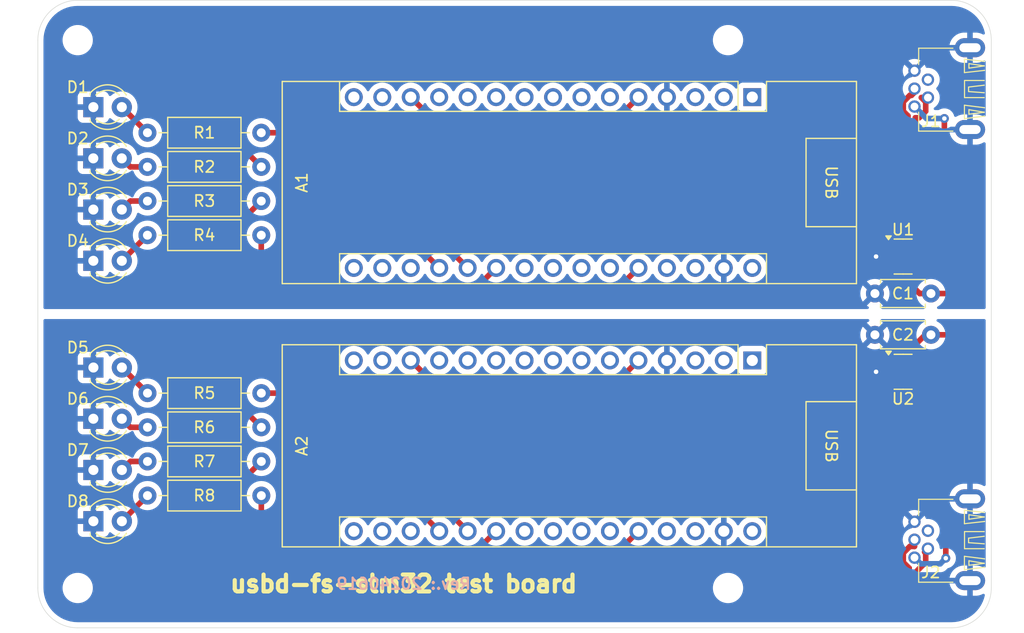
<source format=kicad_pcb>
(kicad_pcb (version 20240108) (generator "pcbnew") (generator_version "8.0")
  (title_block (title "usbd-fs-stm32 test board") (date "2024-06-19") (rev "20240619") (comment 3 "Released under CERN Open Hardware Licence Version 2 - Strongly Reciprocal") (comment 4 "Designed by: Rafael G. Martins"))
  (layers (0 "F.Cu" signal) (31 "B.Cu" signal) (34 "B.Paste" user) (35 "F.Paste" user) (36 "B.SilkS" user "B.Silkscreen") (37 "F.SilkS" user "F.Silkscreen") (38 "B.Mask" user) (39 "F.Mask" user) (44 "Edge.Cuts" user))
  (net 0 "")
  (net 4 "/USB1_D+")
  (net 5 "/USB1_D-")
  (net 13 "Net-(A1-A0)")
  (net 19 "Net-(A1-A1)")
  (net 20 "Net-(A1-A7)")
  (net 21 "Net-(A1-A2)")
  (net 26 "GND1")
  (net 30 "Net-(J1-VBUS)")
  (net 32 "GND2")
  (net 33 "Net-(D1-A)")
  (net 34 "Net-(D2-A)")
  (net 35 "Net-(D3-A)")
  (net 36 "Net-(D4-A)")
  (net 37 "/USB1_CONN_D+")
  (net 38 "/USB1_CONN_D-")
  (net 45 "Net-(A2-A7)")
  (net 48 "/USB2_D-")
  (net 57 "Net-(A2-A0)")
  (net 58 "Net-(A2-A2)")
  (net 60 "Net-(A2-A1)")
  (net 63 "/USB2_D+")
  (net 67 "Net-(J2-VBUS)")
  (net 68 "Net-(D5-A)")
  (net 69 "Net-(D6-A)")
  (net 70 "Net-(D7-A)")
  (net 71 "Net-(D8-A)")
  (net 72 "/USB2_CONN_D+")
  (net 74 "/USB2_CONN_D-")
  (footprint "custom:R_YAGEO_MFR-25FTE52_Horizontal" (layer "F.Cu") (at 109.474 120.015 180)
    (property "Reference" "R7" (at 5.08 0 180) (layer "F.SilkS"))
    (property "Value" "10k")
    (pad "1" thru_hole circle (at 0 0 180) (size 1.6 1.6) (drill 0.8) (layers "*.Cu" "*.Mask") (net 45 "Net-(A2-A7)"))
    (pad "2" thru_hole oval (at 10.16 0 180) (size 1.6 1.6) (drill 0.8) (layers "*.Cu" "*.Mask") (net 70 "Net-(D7-A)"))
  )
  (footprint "LED_THT:LED_D3.0mm" (layer "F.Cu") (at 94.483 88.392)
    (property "Reference" "D1" (at -1.397 -1.778 0) (layer "F.SilkS"))
    (property "Value" "LED")
    (pad "1" thru_hole rect (at 0 0) (size 1.8 1.8) (drill 0.9) (layers "*.Cu" "*.Mask") (net 26 "GND1"))
    (pad "2" thru_hole circle (at 2.54 0) (size 1.8 1.8) (drill 0.9) (layers "*.Cu" "*.Mask") (net 33 "Net-(D1-A)"))
  )
  (footprint "Package_TO_SOT_SMD:SOT-23-6" (layer "F.Cu") (at 166.751 112.014)
    (property "Reference" "U2" (at 0 2.413 0) (layer "F.SilkS"))
    (property "Value" "USBLC6-2SC6")
    (pad "1" smd roundrect (at -1.1375 -0.95) (size 1.325 0.6) (layers "F.Cu" "F.Paste" "F.Mask") (net 63 "/USB2_D+"))
    (pad "2" smd roundrect (at -1.1375 0) (size 1.325 0.6) (layers "F.Cu" "F.Paste" "F.Mask") (net 32 "GND2"))
    (pad "3" smd roundrect (at -1.1375 0.95) (size 1.325 0.6) (layers "F.Cu" "F.Paste" "F.Mask") (net 48 "/USB2_D-"))
    (pad "4" smd roundrect (at 1.1375 0.95) (size 1.325 0.6) (layers "F.Cu" "F.Paste" "F.Mask") (net 74 "/USB2_CONN_D-"))
    (pad "5" smd roundrect (at 1.1375 0) (size 1.325 0.6) (layers "F.Cu" "F.Paste" "F.Mask") (net 67 "Net-(J2-VBUS)"))
    (pad "6" smd roundrect (at 1.1375 -0.95) (size 1.325 0.6) (layers "F.Cu" "F.Paste" "F.Mask") (net 72 "/USB2_CONN_D+"))
  )
  (footprint "custom:R_YAGEO_MFR-25FTE52_Horizontal" (layer "F.Cu") (at 109.469 90.678 180)
    (property "Reference" "R1" (at 5.08 0 180) (layer "F.SilkS"))
    (property "Value" "10k")
    (pad "1" thru_hole circle (at 0 0 180) (size 1.6 1.6) (drill 0.8) (layers "*.Cu" "*.Mask") (net 13 "Net-(A1-A0)"))
    (pad "2" thru_hole oval (at 10.16 0 180) (size 1.6 1.6) (drill 0.8) (layers "*.Cu" "*.Mask") (net 33 "Net-(D1-A)"))
  )
  (footprint "LED_THT:LED_D3.0mm" (layer "F.Cu") (at 94.478 92.964)
    (property "Reference" "D2" (at -1.392 -1.778 0) (layer "F.SilkS"))
    (property "Value" "LED")
    (pad "1" thru_hole rect (at 0 0) (size 1.8 1.8) (drill 0.9) (layers "*.Cu" "*.Mask") (net 26 "GND1"))
    (pad "2" thru_hole circle (at 2.54 0) (size 1.8 1.8) (drill 0.9) (layers "*.Cu" "*.Mask") (net 34 "Net-(D2-A)"))
  )
  (footprint "custom:NUCLEO-32" (layer "F.Cu") (at 153.289 110.998 -90)
    (property "Reference" "A2" (at 7.62 40.2 90) (layer "F.SilkS"))
    (property "Value" "STM32 NUCLEO-32")
    (fp_text user "USB" (at 7.62 -7.05 -90) (layer "F.SilkS"))
    (pad "1" thru_hole rect (at 0 0 270) (size 1.6 1.6) (drill 1) (layers "*.Cu" "*.Mask"))
    (pad "2" thru_hole oval (at 0 2.54 270) (size 1.6 1.6) (drill 1) (layers "*.Cu" "*.Mask"))
    (pad "3" thru_hole oval (at 0 5.08 270) (size 1.6 1.6) (drill 1) (layers "*.Cu" "*.Mask"))
    (pad "4" thru_hole oval (at 0 7.62 270) (size 1.6 1.6) (drill 1) (layers "*.Cu" "*.Mask") (net 32 "GND2"))
    (pad "5" thru_hole oval (at 0 10.16 270) (size 1.6 1.6) (drill 1) (layers "*.Cu" "*.Mask") (net 63 "/USB2_D+"))
    (pad "6" thru_hole oval (at 0 12.7 270) (size 1.6 1.6) (drill 1) (layers "*.Cu" "*.Mask"))
    (pad "7" thru_hole oval (at 0 15.24 270) (size 1.6 1.6) (drill 1) (layers "*.Cu" "*.Mask"))
    (pad "8" thru_hole oval (at 0 17.78 270) (size 1.6 1.6) (drill 1) (layers "*.Cu" "*.Mask"))
    (pad "9" thru_hole oval (at 0 20.32 270) (size 1.6 1.6) (drill 1) (layers "*.Cu" "*.Mask"))
    (pad "10" thru_hole oval (at 0 22.86 270) (size 1.6 1.6) (drill 1) (layers "*.Cu" "*.Mask"))
    (pad "11" thru_hole oval (at 0 25.4 270) (size 1.6 1.6) (drill 1) (layers "*.Cu" "*.Mask"))
    (pad "12" thru_hole oval (at 0 27.94 270) (size 1.6 1.6) (drill 1) (layers "*.Cu" "*.Mask"))
    (pad "13" thru_hole oval (at 0 30.48 270) (size 1.6 1.6) (drill 1) (layers "*.Cu" "*.Mask") (net 48 "/USB2_D-"))
    (pad "14" thru_hole oval (at 0 33.02 270) (size 1.6 1.6) (drill 1) (layers "*.Cu" "*.Mask"))
    (pad "15" thru_hole oval (at 0 35.56 270) (size 1.6 1.6) (drill 1) (layers "*.Cu" "*.Mask"))
    (pad "16" thru_hole oval (at 15.24 35.56 270) (size 1.6 1.6) (drill 1) (layers "*.Cu" "*.Mask"))
    (pad "17" thru_hole oval (at 15.24 33.02 270) (size 1.6 1.6) (drill 1) (layers "*.Cu" "*.Mask"))
    (pad "18" thru_hole oval (at 15.24 30.48 270) (size 1.6 1.6) (drill 1) (layers "*.Cu" "*.Mask"))
    (pad "19" thru_hole oval (at 15.24 27.94 270) (size 1.6 1.6) (drill 1) (layers "*.Cu" "*.Mask") (net 57 "Net-(A2-A0)"))
    (pad "20" thru_hole oval (at 15.24 25.4 270) (size 1.6 1.6) (drill 1) (layers "*.Cu" "*.Mask") (net 60 "Net-(A2-A1)"))
    (pad "21" thru_hole oval (at 15.24 22.86 270) (size 1.6 1.6) (drill 1) (layers "*.Cu" "*.Mask") (net 58 "Net-(A2-A2)"))
    (pad "22" thru_hole oval (at 15.24 20.32 270) (size 1.6 1.6) (drill 1) (layers "*.Cu" "*.Mask"))
    (pad "23" thru_hole oval (at 15.24 17.78 270) (size 1.6 1.6) (drill 1) (layers "*.Cu" "*.Mask"))
    (pad "24" thru_hole oval (at 15.24 15.24 270) (size 1.6 1.6) (drill 1) (layers "*.Cu" "*.Mask"))
    (pad "25" thru_hole oval (at 15.24 12.7 270) (size 1.6 1.6) (drill 1) (layers "*.Cu" "*.Mask"))
    (pad "26" thru_hole oval (at 15.24 10.16 270) (size 1.6 1.6) (drill 1) (layers "*.Cu" "*.Mask") (net 45 "Net-(A2-A7)"))
    (pad "27" thru_hole oval (at 15.24 7.62 270) (size 1.6 1.6) (drill 1) (layers "*.Cu" "*.Mask"))
    (pad "28" thru_hole oval (at 15.24 5.08 270) (size 1.6 1.6) (drill 1) (layers "*.Cu" "*.Mask"))
    (pad "29" thru_hole oval (at 15.24 2.54 270) (size 1.6 1.6) (drill 1) (layers "*.Cu" "*.Mask") (net 32 "GND2"))
    (pad "30" thru_hole oval (at 15.24 0 270) (size 1.6 1.6) (drill 1) (layers "*.Cu" "*.Mask"))
  )
  (footprint "LED_THT:LED_D3.0mm" (layer "F.Cu") (at 94.488 120.777)
    (property "Reference" "D7" (at -1.397 -1.778 0) (layer "F.SilkS"))
    (property "Value" "LED")
    (pad "1" thru_hole rect (at 0 0) (size 1.8 1.8) (drill 0.9) (layers "*.Cu" "*.Mask") (net 32 "GND2"))
    (pad "2" thru_hole circle (at 2.54 0) (size 1.8 1.8) (drill 0.9) (layers "*.Cu" "*.Mask") (net 70 "Net-(D7-A)"))
  )
  (footprint "LED_THT:LED_D3.0mm" (layer "F.Cu") (at 94.483 97.536)
    (property "Reference" "D3" (at -1.397 -1.778 0) (layer "F.SilkS"))
    (property "Value" "LED")
    (pad "1" thru_hole rect (at 0 0) (size 1.8 1.8) (drill 0.9) (layers "*.Cu" "*.Mask") (net 26 "GND1"))
    (pad "2" thru_hole circle (at 2.54 0) (size 1.8 1.8) (drill 0.9) (layers "*.Cu" "*.Mask") (net 35 "Net-(D3-A)"))
  )
  (footprint "custom:USB_Mini-B_PTH" (layer "F.Cu") (at 167.767 128.6 90)
    (property "Reference" "J2" (at -1.321 2.413 180) (layer "F.SilkS") (effects (justify right)))
    (property "Value" "USB_B_Mini" (hide yes))
    (pad "1" thru_hole circle (at 0 0) (size 1.1 1.1) (drill 0.7) (layers "*.Cu" "*.Mask") (net 67 "Net-(J2-VBUS)"))
    (pad "2" thru_hole circle (at 0.8 1.2) (size 1.1 1.1) (drill 0.7) (layers "*.Cu" "*.Mask") (net 74 "/USB2_CONN_D-"))
    (pad "3" thru_hole circle (at 1.6 0) (size 1.1 1.1) (drill 0.7) (layers "*.Cu" "*.Mask") (net 72 "/USB2_CONN_D+"))
    (pad "4" thru_hole circle (at 2.4 1.2) (size 1.1 1.1) (drill 0.7) (layers "*.Cu" "*.Mask"))
    (pad "5" thru_hole circle (at 3.2 0) (size 1.1 1.1) (drill 0.7) (layers "*.Cu" "*.Mask") (net 32 "GND2"))
    (pad "6" thru_hole oval (at -2.05 4.953) (size 2.7 1.7) (drill oval 1.9 0.8) (layers "*.Cu" "*.Mask") (net 32 "GND2"))
    (pad "6" thru_hole oval (at 5.25 4.953) (size 2.7 1.7) (drill oval 1.9 0.8) (layers "*.Cu" "*.Mask") (net 32 "GND2"))
  )
  (footprint "MountingHole:MountingHole_2.2mm_M2" (layer "F.Cu") (at 93.086 82.413)
    (property "Reference" "H1" (hide yes))
    (property "Value" "MountingHole_Pad")
    (pad "" np_thru_hole circle (at 0 0) (size 2.2 2.2) (drill 2.2) (layers "*.Cu" "*.Mask"))
  )
  (footprint "custom:R_YAGEO_MFR-25FTE52_Horizontal" (layer "F.Cu") (at 109.469 96.774 180)
    (property "Reference" "R3" (at 5.08 0 180) (layer "F.SilkS"))
    (property "Value" "10k")
    (pad "1" thru_hole circle (at 0 0 180) (size 1.6 1.6) (drill 0.8) (layers "*.Cu" "*.Mask") (net 20 "Net-(A1-A7)"))
    (pad "2" thru_hole oval (at 10.16 0 180) (size 1.6 1.6) (drill 0.8) (layers "*.Cu" "*.Mask") (net 35 "Net-(D3-A)"))
  )
  (footprint "MountingHole:MountingHole_2.2mm_M2" (layer "F.Cu") (at 93.086 131.308)
    (property "Reference" "H2" (hide yes))
    (property "Value" "MountingHole_Pad")
    (pad "" np_thru_hole circle (at 0 0) (size 2.2 2.2) (drill 2.2) (layers "*.Cu" "*.Mask"))
  )
  (footprint "custom:C_TDK_FA28" (layer "F.Cu") (at 164.2364 108.712)
    (property "Reference" "C2" (at 2.5 0 0) (layer "F.SilkS"))
    (property "Value" "100n")
    (pad "1" thru_hole circle (at 0 0) (size 1.6 1.6) (drill 0.8) (layers "*.Cu" "*.Mask") (net 32 "GND2"))
    (pad "2" thru_hole circle (at 5 0) (size 1.6 1.6) (drill 0.8) (layers "*.Cu" "*.Mask") (net 67 "Net-(J2-VBUS)"))
  )
  (footprint "custom:R_YAGEO_MFR-25FTE52_Horizontal" (layer "F.Cu") (at 109.474 116.967 180)
    (property "Reference" "R6" (at 5.08 0 180) (layer "F.SilkS"))
    (property "Value" "10k")
    (pad "1" thru_hole circle (at 0 0 180) (size 1.6 1.6) (drill 0.8) (layers "*.Cu" "*.Mask") (net 60 "Net-(A2-A1)"))
    (pad "2" thru_hole oval (at 10.16 0 180) (size 1.6 1.6) (drill 0.8) (layers "*.Cu" "*.Mask") (net 69 "Net-(D6-A)"))
  )
  (footprint "LED_THT:LED_D3.0mm" (layer "F.Cu") (at 94.488 125.349)
    (property "Reference" "D8" (at -1.397 -1.778 0) (layer "F.SilkS"))
    (property "Value" "LED")
    (pad "1" thru_hole rect (at 0 0) (size 1.8 1.8) (drill 0.9) (layers "*.Cu" "*.Mask") (net 32 "GND2"))
    (pad "2" thru_hole circle (at 2.54 0) (size 1.8 1.8) (drill 0.9) (layers "*.Cu" "*.Mask") (net 71 "Net-(D8-A)"))
  )
  (footprint "custom:R_YAGEO_MFR-25FTE52_Horizontal" (layer "F.Cu") (at 109.474 113.919 180)
    (property "Reference" "R5" (at 5.08 0 180) (layer "F.SilkS"))
    (property "Value" "10k")
    (pad "1" thru_hole circle (at 0 0 180) (size 1.6 1.6) (drill 0.8) (layers "*.Cu" "*.Mask") (net 57 "Net-(A2-A0)"))
    (pad "2" thru_hole oval (at 10.16 0 180) (size 1.6 1.6) (drill 0.8) (layers "*.Cu" "*.Mask") (net 68 "Net-(D5-A)"))
  )
  (footprint "MountingHole:MountingHole_2.2mm_M2" (layer "F.Cu") (at 151.125 82.413)
    (property "Reference" "H3" (hide yes))
    (property "Value" "MountingHole_Pad")
    (pad "" np_thru_hole circle (at 0 0) (size 2.2 2.2) (drill 2.2) (layers "*.Cu" "*.Mask"))
  )
  (footprint "LED_THT:LED_D3.0mm" (layer "F.Cu") (at 94.483 102.108)
    (property "Reference" "D4" (at -1.397 -1.778 0) (layer "F.SilkS"))
    (property "Value" "LED")
    (pad "1" thru_hole rect (at 0 0) (size 1.8 1.8) (drill 0.9) (layers "*.Cu" "*.Mask") (net 26 "GND1"))
    (pad "2" thru_hole circle (at 2.54 0) (size 1.8 1.8) (drill 0.9) (layers "*.Cu" "*.Mask") (net 36 "Net-(D4-A)"))
  )
  (footprint "LED_THT:LED_D3.0mm" (layer "F.Cu") (at 94.483 116.205)
    (property "Reference" "D6" (at -1.392 -1.778 0) (layer "F.SilkS"))
    (property "Value" "LED")
    (pad "1" thru_hole rect (at 0 0) (size 1.8 1.8) (drill 0.9) (layers "*.Cu" "*.Mask") (net 32 "GND2"))
    (pad "2" thru_hole circle (at 2.54 0) (size 1.8 1.8) (drill 0.9) (layers "*.Cu" "*.Mask") (net 69 "Net-(D6-A)"))
  )
  (footprint "custom:R_YAGEO_MFR-25FTE52_Horizontal" (layer "F.Cu") (at 109.469 99.822 180)
    (property "Reference" "R4" (at 5.08 0 180) (layer "F.SilkS"))
    (property "Value" "10k")
    (pad "1" thru_hole circle (at 0 0 180) (size 1.6 1.6) (drill 0.8) (layers "*.Cu" "*.Mask") (net 21 "Net-(A1-A2)"))
    (pad "2" thru_hole oval (at 10.16 0 180) (size 1.6 1.6) (drill 0.8) (layers "*.Cu" "*.Mask") (net 36 "Net-(D4-A)"))
  )
  (footprint "custom:R_YAGEO_MFR-25FTE52_Horizontal" (layer "F.Cu") (at 109.474 123.063 180)
    (property "Reference" "R8" (at 5.08 0 180) (layer "F.SilkS"))
    (property "Value" "10k")
    (pad "1" thru_hole circle (at 0 0 180) (size 1.6 1.6) (drill 0.8) (layers "*.Cu" "*.Mask") (net 58 "Net-(A2-A2)"))
    (pad "2" thru_hole oval (at 10.16 0 180) (size 1.6 1.6) (drill 0.8) (layers "*.Cu" "*.Mask") (net 71 "Net-(D8-A)"))
  )
  (footprint "custom:NUCLEO-32" (layer "F.Cu") (at 153.289 87.503 -90)
    (property "Reference" "A1" (at 7.62 40.2 90) (layer "F.SilkS"))
    (property "Value" "STM32 NUCLEO-32")
    (fp_text user "USB" (at 7.62 -7.05 -90) (layer "F.SilkS"))
    (pad "1" thru_hole rect (at 0 0 270) (size 1.6 1.6) (drill 1) (layers "*.Cu" "*.Mask"))
    (pad "2" thru_hole oval (at 0 2.54 270) (size 1.6 1.6) (drill 1) (layers "*.Cu" "*.Mask"))
    (pad "3" thru_hole oval (at 0 5.08 270) (size 1.6 1.6) (drill 1) (layers "*.Cu" "*.Mask"))
    (pad "4" thru_hole oval (at 0 7.62 270) (size 1.6 1.6) (drill 1) (layers "*.Cu" "*.Mask") (net 26 "GND1"))
    (pad "5" thru_hole oval (at 0 10.16 270) (size 1.6 1.6) (drill 1) (layers "*.Cu" "*.Mask") (net 4 "/USB1_D+"))
    (pad "6" thru_hole oval (at 0 12.7 270) (size 1.6 1.6) (drill 1) (layers "*.Cu" "*.Mask"))
    (pad "7" thru_hole oval (at 0 15.24 270) (size 1.6 1.6) (drill 1) (layers "*.Cu" "*.Mask"))
    (pad "8" thru_hole oval (at 0 17.78 270) (size 1.6 1.6) (drill 1) (layers "*.Cu" "*.Mask"))
    (pad "9" thru_hole oval (at 0 20.32 270) (size 1.6 1.6) (drill 1) (layers "*.Cu" "*.Mask"))
    (pad "10" thru_hole oval (at 0 22.86 270) (size 1.6 1.6) (drill 1) (layers "*.Cu" "*.Mask"))
    (pad "11" thru_hole oval (at 0 25.4 270) (size 1.6 1.6) (drill 1) (layers "*.Cu" "*.Mask"))
    (pad "12" thru_hole oval (at 0 27.94 270) (size 1.6 1.6) (drill 1) (layers "*.Cu" "*.Mask"))
    (pad "13" thru_hole oval (at 0 30.48 270) (size 1.6 1.6) (drill 1) (layers "*.Cu" "*.Mask") (net 5 "/USB1_D-"))
    (pad "14" thru_hole oval (at 0 33.02 270) (size 1.6 1.6) (drill 1) (layers "*.Cu" "*.Mask"))
    (pad "15" thru_hole oval (at 0 35.56 270) (size 1.6 1.6) (drill 1) (layers "*.Cu" "*.Mask"))
    (pad "16" thru_hole oval (at 15.24 35.56 270) (size 1.6 1.6) (drill 1) (layers "*.Cu" "*.Mask"))
    (pad "17" thru_hole oval (at 15.24 33.02 270) (size 1.6 1.6) (drill 1) (layers "*.Cu" "*.Mask"))
    (pad "18" thru_hole oval (at 15.24 30.48 270) (size 1.6 1.6) (drill 1) (layers "*.Cu" "*.Mask"))
    (pad "19" thru_hole oval (at 15.24 27.94 270) (size 1.6 1.6) (drill 1) (layers "*.Cu" "*.Mask") (net 13 "Net-(A1-A0)"))
    (pad "20" thru_hole oval (at 15.24 25.4 270) (size 1.6 1.6) (drill 1) (layers "*.Cu" "*.Mask") (net 19 "Net-(A1-A1)"))
    (pad "21" thru_hole oval (at 15.24 22.86 270) (size 1.6 1.6) (drill 1) (layers "*.Cu" "*.Mask") (net 21 "Net-(A1-A2)"))
    (pad "22" thru_hole oval (at 15.24 20.32 270) (size 1.6 1.6) (drill 1) (layers "*.Cu" "*.Mask"))
    (pad "23" thru_hole oval (at 15.24 17.78 270) (size 1.6 1.6) (drill 1) (layers "*.Cu" "*.Mask"))
    (pad "24" thru_hole oval (at 15.24 15.24 270) (size 1.6 1.6) (drill 1) (layers "*.Cu" "*.Mask"))
    (pad "25" thru_hole oval (at 15.24 12.7 270) (size 1.6 1.6) (drill 1) (layers "*.Cu" "*.Mask"))
    (pad "26" thru_hole oval (at 15.24 10.16 270) (size 1.6 1.6) (drill 1) (layers "*.Cu" "*.Mask") (net 20 "Net-(A1-A7)"))
    (pad "27" thru_hole oval (at 15.24 7.62 270) (size 1.6 1.6) (drill 1) (layers "*.Cu" "*.Mask"))
    (pad "28" thru_hole oval (at 15.24 5.08 270) (size 1.6 1.6) (drill 1) (layers "*.Cu" "*.Mask"))
    (pad "29" thru_hole oval (at 15.24 2.54 270) (size 1.6 1.6) (drill 1) (layers "*.Cu" "*.Mask") (net 26 "GND1"))
    (pad "30" thru_hole oval (at 15.24 0 270) (size 1.6 1.6) (drill 1) (layers "*.Cu" "*.Mask"))
  )
  (footprint "LED_THT:LED_D3.0mm" (layer "F.Cu") (at 94.488 111.633)
    (property "Reference" "D5" (at -1.397 -1.778 0) (layer "F.SilkS"))
    (property "Value" "LED")
    (pad "1" thru_hole rect (at 0 0) (size 1.8 1.8) (drill 0.9) (layers "*.Cu" "*.Mask") (net 32 "GND2"))
    (pad "2" thru_hole circle (at 2.54 0) (size 1.8 1.8) (drill 0.9) (layers "*.Cu" "*.Mask") (net 68 "Net-(D5-A)"))
  )
  (footprint "custom:R_YAGEO_MFR-25FTE52_Horizontal" (layer "F.Cu") (at 109.469 93.726 180)
    (property "Reference" "R2" (at 5.08 0 180) (layer "F.SilkS"))
    (property "Value" "10k")
    (pad "1" thru_hole circle (at 0 0 180) (size 1.6 1.6) (drill 0.8) (layers "*.Cu" "*.Mask") (net 19 "Net-(A1-A1)"))
    (pad "2" thru_hole oval (at 10.16 0 180) (size 1.6 1.6) (drill 0.8) (layers "*.Cu" "*.Mask") (net 34 "Net-(D2-A)"))
  )
  (footprint "Package_TO_SOT_SMD:SOT-23-6" (layer "F.Cu") (at 166.751 101.727)
    (property "Reference" "U1" (at 0 -2.4 0) (layer "F.SilkS"))
    (property "Value" "USBLC6-2SC6")
    (pad "1" smd roundrect (at -1.1375 -0.95) (size 1.325 0.6) (layers "F.Cu" "F.Paste" "F.Mask") (net 4 "/USB1_D+"))
    (pad "2" smd roundrect (at -1.1375 0) (size 1.325 0.6) (layers "F.Cu" "F.Paste" "F.Mask") (net 26 "GND1"))
    (pad "3" smd roundrect (at -1.1375 0.95) (size 1.325 0.6) (layers "F.Cu" "F.Paste" "F.Mask") (net 5 "/USB1_D-"))
    (pad "4" smd roundrect (at 1.1375 0.95) (size 1.325 0.6) (layers "F.Cu" "F.Paste" "F.Mask") (net 38 "/USB1_CONN_D-"))
    (pad "5" smd roundrect (at 1.1375 0) (size 1.325 0.6) (layers "F.Cu" "F.Paste" "F.Mask") (net 30 "Net-(J1-VBUS)"))
    (pad "6" smd roundrect (at 1.1375 -0.95) (size 1.325 0.6) (layers "F.Cu" "F.Paste" "F.Mask") (net 37 "/USB1_CONN_D+"))
  )
  (footprint "MountingHole:MountingHole_2.2mm_M2" (layer "F.Cu") (at 151.125 131.308)
    (property "Reference" "H4" (hide yes))
    (property "Value" "MountingHole_Pad")
    (pad "" np_thru_hole circle (at 0 0) (size 2.2 2.2) (drill 2.2) (layers "*.Cu" "*.Mask"))
  )
  (footprint "custom:C_TDK_FA28" (layer "F.Cu") (at 164.2364 105.029)
    (property "Reference" "C1" (at 2.5 0 0) (layer "F.SilkS"))
    (property "Value" "100n")
    (pad "1" thru_hole circle (at 0 0) (size 1.6 1.6) (drill 0.8) (layers "*.Cu" "*.Mask") (net 26 "GND1"))
    (pad "2" thru_hole circle (at 5 0) (size 1.6 1.6) (drill 0.8) (layers "*.Cu" "*.Mask") (net 30 "Net-(J1-VBUS)"))
  )
  (footprint "custom:USB_Mini-B_PTH" (layer "F.Cu") (at 167.767 88.341 90)
    (property "Reference" "J1" (at -1.321 0.508 0) (layer "F.SilkS") (effects (justify left)))
    (property "Value" "USB_B_Mini" (hide yes))
    (pad "1" thru_hole circle (at 0 0) (size 1.1 1.1) (drill 0.7) (layers "*.Cu" "*.Mask") (net 30 "Net-(J1-VBUS)"))
    (pad "2" thru_hole circle (at 0.8 1.2) (size 1.1 1.1) (drill 0.7) (layers "*.Cu" "*.Mask") (net 38 "/USB1_CONN_D-"))
    (pad "3" thru_hole circle (at 1.6 0) (size 1.1 1.1) (drill 0.7) (layers "*.Cu" "*.Mask") (net 37 "/USB1_CONN_D+"))
    (pad "4" thru_hole circle (at 2.4 1.2) (size 1.1 1.1) (drill 0.7) (layers "*.Cu" "*.Mask"))
    (pad "5" thru_hole circle (at 3.2 0) (size 1.1 1.1) (drill 0.7) (layers "*.Cu" "*.Mask") (net 26 "GND1"))
    (pad "6" thru_hole oval (at -2.05 4.953) (size 2.7 1.7) (drill oval 1.9 0.8) (layers "*.Cu" "*.Mask") (net 26 "GND1"))
    (pad "6" thru_hole oval (at 5.25 4.953) (size 2.7 1.7) (drill oval 1.9 0.8) (layers "*.Cu" "*.Mask") (net 26 "GND1"))
  )
  (gr_line (start 93.086 78.857) (end 171.064 78.857) (stroke (width 0.05)) (layer "Edge.Cuts"))
  (gr_arc (start 93.086 134.864) (mid 90.571528 133.822472) (end 89.53 131.308) (stroke (width 0.05)) (layer "Edge.Cuts"))
  (gr_line (start 89.53 82.413) (end 89.53 131.308) (stroke (width 0.05)) (layer "Edge.Cuts"))
  (gr_line (start 174.62 131.308) (end 174.62 82.413) (stroke (width 0.05)) (layer "Edge.Cuts"))
  (gr_arc (start 171.064 78.857) (mid 173.578472 79.898528) (end 174.62 82.413) (stroke (width 0.05)) (layer "Edge.Cuts"))
  (gr_line (start 93.086 134.864) (end 171.064 134.864) (stroke (width 0.05)) (layer "Edge.Cuts"))
  (gr_arc (start 89.53 82.413) (mid 90.571528 79.898528) (end 93.086 78.857) (stroke (width 0.05)) (layer "Edge.Cuts"))
  (gr_arc (start 174.62 131.308) (mid 173.578472 133.822472) (end 171.064 134.864) (stroke (width 0.05)) (layer "Edge.Cuts"))
  (gr_text "Rev.: ${REVISION}" (at 122.174 130.937 -0) (layer "B.SilkS") (effects (font (size 1 1) (thickness 0.2) (bold yes)) (justify mirror)))
  (gr_text "usbd-fs-stm32 test board" (at 122.174 130.937 0) (layer "F.SilkS") (effects (font (size 1.5 1.5) (thickness 0.375) (bold yes))))
  (segment (start 161.045692 101.397) (end 156.346692 96.698) (width 0.5) (layer "F.Cu") (net 4))
  (segment (start 141.224 89.408) (end 143.129 87.503) (width 0.5) (layer "F.Cu") (net 4))
  (segment (start 164.619749 100.777) (end 164.519749 100.877) (width 0.5) (layer "F.Cu") (net 4))
  (segment (start 163.465918 101.397) (end 161.045692 101.397) (width 0.5) (layer "F.Cu") (net 4))
  (segment (start 165.6135 100.777) (end 164.619749 100.777) (width 0.5) (layer "F.Cu") (net 4))
  (segment (start 137.169692 96.698) (end 133.186991 92.715299) (width 0.5) (layer "F.Cu") (net 4))
  (segment (start 133.186991 92.715299) (end 133.186991 90.587009) (width 0.5) (layer "F.Cu") (net 4))
  (segment (start 134.366 89.408) (end 141.224 89.408) (width 0.5) (layer "F.Cu") (net 4))
  (segment (start 156.346692 96.698) (end 137.169692 96.698) (width 0.5) (layer "F.Cu") (net 4))
  (segment (start 133.186991 90.587009) (end 134.366 89.408) (width 0.5) (layer "F.Cu") (net 4))
  (segment (start 163.985918 100.877) (end 163.465918 101.397) (width 0.5) (layer "F.Cu") (net 4))
  (segment (start 164.519749 100.877) (end 163.985918 100.877) (width 0.5) (layer "F.Cu") (net 4))
  (segment (start 124.714 89.408) (end 122.809 87.503) (width 0.5) (layer "F.Cu") (net 5))
  (segment (start 156.073308 97.358) (end 136.896308 97.358) (width 0.5) (layer "F.Cu") (net 5))
  (segment (start 131.318 89.408) (end 124.714 89.408) (width 0.5) (layer "F.Cu") (net 5))
  (segment (start 136.896308 97.358) (end 132.526991 92.988683) (width 0.5) (layer "F.Cu") (net 5))
  (segment (start 164.519749 102.577) (end 163.985918 102.577) (width 0.5) (layer "F.Cu") (net 5))
  (segment (start 163.985918 102.577) (end 163.465918 102.057) (width 0.5) (layer "F.Cu") (net 5))
  (segment (start 160.772308 102.057) (end 156.073308 97.358) (width 0.5) (layer "F.Cu") (net 5))
  (segment (start 164.619749 102.677) (end 164.519749 102.577) (width 0.5) (layer "F.Cu") (net 5))
  (segment (start 132.526991 90.616991) (end 131.318 89.408) (width 0.5) (layer "F.Cu") (net 5))
  (segment (start 132.526991 92.988683) (end 132.526991 90.616991) (width 0.5) (layer "F.Cu") (net 5))
  (segment (start 163.465918 102.057) (end 160.772308 102.057) (width 0.5) (layer "F.Cu") (net 5))
  (segment (start 165.6135 102.677) (end 164.619749 102.677) (width 0.5) (layer "F.Cu") (net 5))
  (segment (start 125.349 102.743) (end 113.284 90.678) (width 0.5) (layer "F.Cu") (net 13))
  (segment (start 113.284 90.678) (end 109.469 90.678) (width 0.5) (layer "F.Cu") (net 13))
  (segment (start 107.696 91.953) (end 109.469 93.726) (width 0.5) (layer "F.Cu") (net 19))
  (segment (start 108.712 88.773) (end 107.696 89.789) (width 0.5) (layer "F.Cu") (net 19))
  (segment (start 107.696 89.789) (end 107.696 91.953) (width 0.5) (layer "F.Cu") (net 19))
  (segment (start 127.889 102.743) (end 125.997025 100.851025) (width 0.5) (layer "F.Cu") (net 19))
  (segment (start 125.997025 100.851025) (end 124.446975 100.851025) (width 0.5) (layer "F.Cu") (net 19))
  (segment (start 124.446975 100.851025) (end 112.36895 88.773) (width 0.5) (layer "F.Cu") (net 19))
  (segment (start 112.36895 88.773) (end 108.712 88.773) (width 0.5) (layer "F.Cu") (net 19))
  (segment (start 140.524 105.348) (end 112.23205 105.348) (width 0.5) (layer "F.Cu") (net 20))
  (segment (start 107.696 98.547) (end 109.469 96.774) (width 0.5) (layer "F.Cu") (net 20))
  (segment (start 143.129 102.743) (end 140.524 105.348) (width 0.5) (layer "F.Cu") (net 20))
  (segment (start 107.696 100.81195) (end 107.696 98.547) (width 0.5) (layer "F.Cu") (net 20))
  (segment (start 112.23205 105.348) (end 107.696 100.81195) (width 0.5) (layer "F.Cu") (net 20))
  (segment (start 109.469 101.595) (end 109.469 99.822) (width 0.5) (layer "F.Cu") (net 21))
  (segment (start 112.522 104.648) (end 109.469 101.595) (width 0.5) (layer "F.Cu") (net 21))
  (segment (start 128.524 104.648) (end 112.522 104.648) (width 0.5) (layer "F.Cu") (net 21))
  (segment (start 130.429 102.743) (end 128.524 104.648) (width 0.5) (layer "F.Cu") (net 21))
  (segment (start 164.338 101.727) (end 165.6135 101.727) (width 0.5) (layer "F.Cu") (net 26))
  (via (at 164.338 101.727) (size 0.8) (drill 0.4) (layers "F.Cu" "B.Cu") (net 26))
  (segment (start 173.609 95.25) (end 170.434 92.075) (width 0.5) (layer "F.Cu") (net 30))
  (segment (start 170.434 92.075) (end 170.434 89.408) (width 0.5) (layer "F.Cu") (net 30))
  (segment (start 168.23203 105.029) (end 166.751 103.54797) (width 0.5) (layer "F.Cu") (net 30))
  (segment (start 166.751 102.202001) (end 166.751 103.54797) (width 0.5) (layer "F.Cu") (net 30))
  (segment (start 167.226001 101.727) (end 166.751 102.202001) (width 0.5) (layer "F.Cu") (net 30))
  (segment (start 169.2364 105.029) (end 170.942 105.029) (width 0.5) (layer "F.Cu") (net 30))
  (segment (start 173.609 102.362) (end 173.609 95.25) (width 0.5) (layer "F.Cu") (net 30))
  (segment (start 170.942 105.029) (end 173.609 102.362) (width 0.5) (layer "F.Cu") (net 30))
  (segment (start 169.2364 105.029) (end 168.23203 105.029) (width 0.5) (layer "F.Cu") (net 30))
  (segment (start 167.8885 101.727) (end 167.226001 101.727) (width 0.5) (layer "F.Cu") (net 30))
  (via (at 170.434 89.408) (size 0.8) (drill 0.4) (layers "F.Cu" "B.Cu") (net 30))
  (segment (start 170.434 89.408) (end 168.834 89.408) (width 0.5) (layer "B.Cu") (net 30))
  (segment (start 168.834 89.408) (end 167.767 88.341) (width 0.5) (layer "B.Cu") (net 30))
  (segment (start 164.338 112.014) (end 165.6135 112.014) (width 0.5) (layer "F.Cu") (net 32))
  (via (at 164.338 112.014) (size 0.8) (drill 0.4) (layers "F.Cu" "B.Cu") (net 32))
  (segment (start 99.309 90.678) (end 97.023 88.392) (width 0.5) (layer "F.Cu") (net 33))
  (segment (start 97.78 93.726) (end 97.018 92.964) (width 0.5) (layer "F.Cu") (net 34))
  (segment (start 99.309 93.726) (end 97.78 93.726) (width 0.5) (layer "F.Cu") (net 34))
  (segment (start 97.785 96.774) (end 97.023 97.536) (width 0.5) (layer "F.Cu") (net 35))
  (segment (start 99.309 96.774) (end 97.785 96.774) (width 0.5) (layer "F.Cu") (net 35))
  (segment (start 99.309 99.822) (end 97.023 102.108) (width 0.5) (layer "F.Cu") (net 36))
  (segment (start 168.882251 100.777) (end 169.502251 101.397) (width 0.5) (layer "F.Cu") (net 37))
  (segment (start 171.628 100.828308) (end 171.628 96.148692) (width 0.5) (layer "F.Cu") (net 37))
  (segment (start 171.628 96.148692) (end 167.183 91.703692) (width 0.5) (layer "F.Cu") (net 37))
  (segment (start 166.767 88.755214) (end 166.767 87.926786) (width 0.5) (layer "F.Cu") (net 37))
  (segment (start 166.767 87.926786) (end 167.352786 87.341) (width 0.5) (layer "F.Cu") (net 37))
  (segment (start 167.8885 100.777) (end 168.882251 100.777) (width 0.5) (layer "F.Cu") (net 37))
  (segment (start 167.500309 87.341) (end 167.767 87.074309) (width 0.5) (layer "F.Cu") (net 37))
  (segment (start 167.767 87.074309) (end 167.767 86.741) (width 0.5) (layer "F.Cu") (net 37))
  (segment (start 171.059308 101.397) (end 171.628 100.828308) (width 0.5) (layer "F.Cu") (net 37))
  (segment (start 167.183 89.171214) (end 166.767 88.755214) (width 0.5) (layer "F.Cu") (net 37))
  (segment (start 167.352786 87.341) (end 167.500309 87.341) (width 0.5) (layer "F.Cu") (net 37))
  (segment (start 169.502251 101.397) (end 171.059308 101.397) (width 0.5) (layer "F.Cu") (net 37))
  (segment (start 167.183 91.703692) (end 167.183 89.171214) (width 0.5) (layer "F.Cu") (net 37))
  (segment (start 169.502251 102.057) (end 171.332692 102.057) (width 0.5) (layer "F.Cu") (net 38))
  (segment (start 168.882251 102.677) (end 169.502251 102.057) (width 0.5) (layer "F.Cu") (net 38))
  (segment (start 168.767 88.755214) (end 168.767 87.926786) (width 0.5) (layer "F.Cu") (net 38))
  (segment (start 167.843 89.341) (end 168.181214 89.341) (width 0.5) (layer "F.Cu") (net 38))
  (segment (start 172.288 95.875308) (end 167.843 91.430308) (width 0.5) (layer "F.Cu") (net 38))
  (segment (start 167.843 91.430308) (end 167.843 89.341) (width 0.5) (layer "F.Cu") (net 38))
  (segment (start 168.381214 87.541) (end 168.967 87.541) (width 0.5) (layer "F.Cu") (net 38))
  (segment (start 168.181214 89.341) (end 168.767 88.755214) (width 0.5) (layer "F.Cu") (net 38))
  (segment (start 171.332692 102.057) (end 172.288 101.101692) (width 0.5) (layer "F.Cu") (net 38))
  (segment (start 172.288 101.101692) (end 172.288 95.875308) (width 0.5) (layer "F.Cu") (net 38))
  (segment (start 168.767 87.926786) (end 168.381214 87.541) (width 0.5) (layer "F.Cu") (net 38))
  (segment (start 167.8885 102.677) (end 168.882251 102.677) (width 0.5) (layer "F.Cu") (net 38))
  (segment (start 143.129 126.238) (end 140.397 128.97) (width 0.5) (layer "F.Cu") (net 45))
  (segment (start 112.48605 128.97) (end 107.696 124.17995) (width 0.5) (layer "F.Cu") (net 45))
  (segment (start 107.696 124.17995) (end 107.696 121.793) (width 0.5) (layer "F.Cu") (net 45))
  (segment (start 107.696 121.793) (end 109.474 120.015) (width 0.5) (layer "F.Cu") (net 45))
  (segment (start 140.397 128.97) (end 112.48605 128.97) (width 0.5) (layer "F.Cu") (net 45))
  (segment (start 163.488 112.366082) (end 163.985918 112.864) (width 0.5) (layer "F.Cu") (net 48))
  (segment (start 122.809 110.998) (end 124.587 112.776) (width 0.5) (layer "F.Cu") (net 48))
  (segment (start 124.587 112.776) (end 131.572 112.776) (width 0.5) (layer "F.Cu") (net 48))
  (segment (start 163.985918 112.864) (end 164.519749 112.864) (width 0.5) (layer "F.Cu") (net 48))
  (segment (start 163.488 112.344) (end 163.488 112.366082) (width 0.5) (layer "F.Cu") (net 48))
  (segment (start 132.796346 114.000346) (end 132.796346 115.864038) (width 0.5) (layer "F.Cu") (net 48))
  (segment (start 131.572 112.776) (end 132.796346 114.000346) (width 0.5) (layer "F.Cu") (net 48))
  (segment (start 160.283692 112.344) (end 163.488 112.344) (width 0.5) (layer "F.Cu") (net 48))
  (segment (start 164.619749 112.964) (end 165.6135 112.964) (width 0.5) (layer "F.Cu") (net 48))
  (segment (start 155.584692 117.043) (end 160.283692 112.344) (width 0.5) (layer "F.Cu") (net 48))
  (segment (start 132.796346 115.864038) (end 133.975308 117.043) (width 0.5) (layer "F.Cu") (net 48))
  (segment (start 133.975308 117.043) (end 155.584692 117.043) (width 0.5) (layer "F.Cu") (net 48))
  (segment (start 164.519749 112.864) (end 164.619749 112.964) (width 0.5) (layer "F.Cu") (net 48))
  (segment (start 113.03 113.919) (end 109.474 113.919) (width 0.5) (layer "F.Cu") (net 57))
  (segment (start 125.349 126.238) (end 113.03 113.919) (width 0.5) (layer "F.Cu") (net 57))
  (segment (start 109.474 124.968) (end 109.474 123.063) (width 0.5) (layer "F.Cu") (net 58))
  (segment (start 130.429 126.238) (end 128.397 128.27) (width 0.5) (layer "F.Cu") (net 58))
  (segment (start 112.776 128.27) (end 109.474 124.968) (width 0.5) (layer "F.Cu") (net 58))
  (segment (start 128.397 128.27) (end 112.776 128.27) (width 0.5) (layer "F.Cu") (net 58))
  (segment (start 107.696 113.157) (end 107.696 115.189) (width 0.5) (layer "F.Cu") (net 60))
  (segment (start 127.889 126.238) (end 125.984 124.333) (width 0.5) (layer "F.Cu") (net 60))
  (segment (start 107.696 115.189) (end 109.474 116.967) (width 0.5) (layer "F.Cu") (net 60))
  (segment (start 108.839 112.014) (end 107.696 113.157) (width 0.5) (layer "F.Cu") (net 60))
  (segment (start 112.11495 112.014) (end 108.839 112.014) (width 0.5) (layer "F.Cu") (net 60))
  (segment (start 124.43395 124.333) (end 112.11495 112.014) (width 0.5) (layer "F.Cu") (net 60))
  (segment (start 125.984 124.333) (end 124.43395 124.333) (width 0.5) (layer "F.Cu") (net 60))
  (segment (start 163.985918 111.164) (end 163.488 111.661918) (width 0.5) (layer "F.Cu") (net 63))
  (segment (start 164.519749 111.164) (end 163.985918 111.164) (width 0.5) (layer "F.Cu") (net 63))
  (segment (start 134.248692 116.383) (end 133.456346 115.590654) (width 0.5) (layer "F.Cu") (net 63))
  (segment (start 163.488 111.661918) (end 163.488 111.684) (width 0.5) (layer "F.Cu") (net 63))
  (segment (start 133.456346 115.590654) (end 133.456346 113.939654) (width 0.5) (layer "F.Cu") (net 63))
  (segment (start 133.456346 113.939654) (end 134.62 112.776) (width 0.5) (layer "F.Cu") (net 63))
  (segment (start 160.010308 111.684) (end 155.311308 116.383) (width 0.5) (layer "F.Cu") (net 63))
  (segment (start 163.488 111.684) (end 160.010308 111.684) (width 0.5) (layer "F.Cu") (net 63))
  (segment (start 141.351 112.776) (end 143.129 110.998) (width 0.5) (layer "F.Cu") (net 63))
  (segment (start 155.311308 116.383) (end 134.248692 116.383) (width 0.5) (layer "F.Cu") (net 63))
  (segment (start 134.62 112.776) (end 141.351 112.776) (width 0.5) (layer "F.Cu") (net 63))
  (segment (start 165.6135 111.064) (end 164.619749 111.064) (width 0.5) (layer "F.Cu") (net 63))
  (segment (start 164.619749 111.064) (end 164.519749 111.164) (width 0.5) (layer "F.Cu") (net 63))
  (segment (start 169.2364 108.712) (end 168.725316 108.712) (width 0.5) (layer "F.Cu") (net 67))
  (segment (start 167.8885 112.014) (end 167.226001 112.014) (width 0.5) (layer "F.Cu") (net 67))
  (segment (start 169.2364 108.712) (end 170.815 108.712) (width 0.5) (layer "F.Cu") (net 67))
  (segment (start 170.561 121.92) (end 170.561 128.651) (width 0.5) (layer "F.Cu") (net 67))
  (segment (start 173.609 111.506) (end 173.609 118.872) (width 0.5) (layer "F.Cu") (net 67))
  (segment (start 167.226001 112.014) (end 166.751 111.538999) (width 0.5) (layer "F.Cu") (net 67))
  (segment (start 166.751 111.538999) (end 166.751 110.686316) (width 0.5) (layer "F.Cu") (net 67))
  (segment (start 173.609 118.872) (end 170.561 121.92) (width 0.5) (layer "F.Cu") (net 67))
  (segment (start 170.815 108.712) (end 173.609 111.506) (width 0.5) (layer "F.Cu") (net 67))
  (segment (start 168.725316 108.712) (end 166.751 110.686316) (width 0.5) (layer "F.Cu") (net 67))
  (via (at 170.561 128.651) (size 0.8) (drill 0.4) (layers "F.Cu" "B.Cu") (net 67))
  (segment (start 167.767 128.6) (end 168.317 129.15) (width 0.5) (layer "B.Cu") (net 67))
  (segment (start 170.062 129.15) (end 170.561 128.651) (width 0.5) (layer "B.Cu") (net 67))
  (segment (start 168.317 129.15) (end 170.062 129.15) (width 0.5) (layer "B.Cu") (net 67))
  (segment (start 99.314 113.919) (end 97.028 111.633) (width 0.5) (layer "F.Cu") (net 68))
  (segment (start 99.314 116.967) (end 97.785 116.967) (width 0.5) (layer "F.Cu") (net 69))
  (segment (start 97.785 116.967) (end 97.023 116.205) (width 0.5) (layer "F.Cu") (net 69))
  (segment (start 97.79 120.015) (end 97.028 120.777) (width 0.5) (layer "F.Cu") (net 70))
  (segment (start 99.314 120.015) (end 97.79 120.015) (width 0.5) (layer "F.Cu") (net 70))
  (segment (start 99.314 123.063) (end 97.028 125.349) (width 0.5) (layer "F.Cu") (net 71))
  (segment (start 166.767 129.014214) (end 166.767 128.185786) (width 0.5) (layer "F.Cu") (net 72))
  (segment (start 161.62 128.641308) (end 163.839692 130.861) (width 0.5) (layer "F.Cu") (net 72))
  (segment (start 170.443692 111.684) (end 171.653 112.893308) (width 0.5) (layer "F.Cu") (net 72))
  (segment (start 171.653 115.579692) (end 161.62 125.612692) (width 0.5) (layer "F.Cu") (net 72))
  (segment (start 167.8885 111.064) (end 168.882251 111.064) (width 0.5) (layer "F.Cu") (net 72))
  (segment (start 169.502251 111.684) (end 170.443692 111.684) (width 0.5) (layer "F.Cu") (net 72))
  (segment (start 165.979308 130.861) (end 167.296547 129.543761) (width 0.5) (layer "F.Cu") (net 72))
  (segment (start 168.882251 111.064) (end 169.502251 111.684) (width 0.5) (layer "F.Cu") (net 72))
  (segment (start 167.296547 129.543761) (end 166.767 129.014214) (width 0.5) (layer "F.Cu") (net 72))
  (segment (start 166.767 128.185786) (end 167.352786 127.6) (width 0.5) (layer "F.Cu") (net 72))
  (segment (start 167.767 127.6) (end 167.767 127) (width 0.5) (layer "F.Cu") (net 72))
  (segment (start 167.352786 127.6) (end 167.767 127.6) (width 0.5) (layer "F.Cu") (net 72))
  (segment (start 163.839692 130.861) (end 165.979308 130.861) (width 0.5) (layer "F.Cu") (net 72))
  (segment (start 161.62 125.612692) (end 161.62 128.641308) (width 0.5) (layer "F.Cu") (net 72))
  (segment (start 171.653 112.893308) (end 171.653 115.579692) (width 0.5) (layer "F.Cu") (net 72))
  (segment (start 167.8885 112.964) (end 168.882251 112.964) (width 0.5) (layer "F.Cu") (net 74))
  (segment (start 170.993 113.166692) (end 170.993 115.306308) (width 0.5) (layer "F.Cu") (net 74))
  (segment (start 168.882251 112.964) (end 169.502251 112.344) (width 0.5) (layer "F.Cu") (net 74))
  (segment (start 168.181214 129.6) (end 168.767 129.014214) (width 0.5) (layer "F.Cu") (net 74))
  (segment (start 168.767 128.185786) (end 168.674107 128.092893) (width 0.5) (layer "F.Cu") (net 74))
  (segment (start 163.566308 131.521) (end 166.252692 131.521) (width 0.5) (layer "F.Cu") (net 74))
  (segment (start 170.170308 112.344) (end 170.993 113.166692) (width 0.5) (layer "F.Cu") (net 74))
  (segment (start 160.96 125.339308) (end 160.96 128.914692) (width 0.5) (layer "F.Cu") (net 74))
  (segment (start 169.502251 112.344) (end 170.170308 112.344) (width 0.5) (layer "F.Cu") (net 74))
  (segment (start 160.96 128.914692) (end 163.566308 131.521) (width 0.5) (layer "F.Cu") (net 74))
  (segment (start 166.252692 131.521) (end 168.173692 129.6) (width 0.5) (layer "F.Cu") (net 74))
  (segment (start 168.674107 128.092893) (end 168.967 127.8) (width 0.5) (layer "F.Cu") (net 74))
  (segment (start 168.767 129.014214) (end 168.767 128.185786) (width 0.5) (layer "F.Cu") (net 74))
  (segment (start 170.993 115.306308) (end 160.96 125.339308) (width 0.5) (layer "F.Cu") (net 74))
  (segment (start 168.173692 129.6) (end 168.181214 129.6) (width 0.5) (layer "F.Cu") (net 74))
  (zone (net 26) (net_name "GND1") (layer "B.Cu") (connect_pads (clearance 0.5)) (min_thickness 0.25) (fill yes (thermal_gap 0.5) (thermal_bridge_width 0.5))
    (polygon (pts (xy 89.53 78.857) (xy 89.53 106.416) (xy 174.62 106.416) (xy 174.62 78.857)))
  )
  (zone (net 32) (net_name "GND2") (layer "B.Cu") (priority 1) (connect_pads (clearance 0.5)) (min_thickness 0.25) (fill yes (thermal_gap 0.5) (thermal_bridge_width 0.5))
    (polygon (pts (xy 89.53 107.305) (xy 89.53 134.864) (xy 174.62 134.864) (xy 174.62 107.305)))
  )
)
</source>
